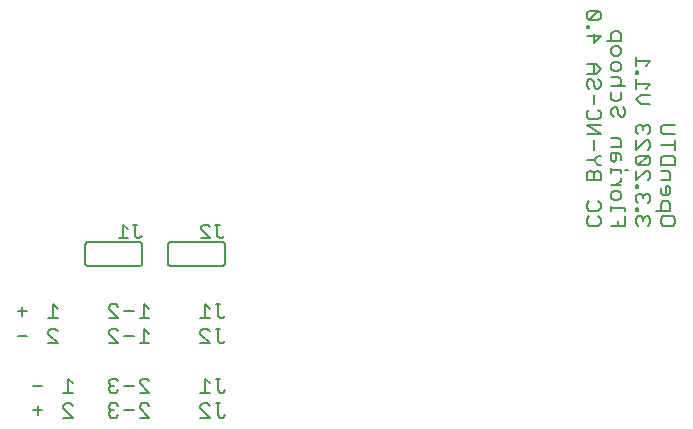
<source format=gbo>
G75*
%MOIN*%
%OFA0B0*%
%FSLAX25Y25*%
%IPPOS*%
%LPD*%
%AMOC8*
5,1,8,0,0,1.08239X$1,22.5*
%
%ADD10C,0.00800*%
%ADD11C,0.00600*%
%ADD12C,0.00500*%
D10*
X0179766Y0073811D02*
X0182910Y0073811D01*
X0189916Y0074597D02*
X0189916Y0075383D01*
X0190702Y0076169D01*
X0192274Y0076169D01*
X0193060Y0075383D01*
X0189916Y0074597D02*
X0193060Y0071453D01*
X0189916Y0071453D01*
X0189916Y0079721D02*
X0193060Y0079721D01*
X0191488Y0079721D02*
X0191488Y0084437D01*
X0193060Y0082865D01*
X0182910Y0082079D02*
X0179766Y0082079D01*
X0181338Y0083651D02*
X0181338Y0080507D01*
X0210217Y0079721D02*
X0213361Y0079721D01*
X0210217Y0082865D01*
X0210217Y0083651D01*
X0211003Y0084437D01*
X0212575Y0084437D01*
X0213361Y0083651D01*
X0215292Y0082079D02*
X0218436Y0082079D01*
X0220368Y0079721D02*
X0223511Y0079721D01*
X0221939Y0079721D02*
X0221939Y0084437D01*
X0223511Y0082865D01*
X0221939Y0076169D02*
X0221939Y0071453D01*
X0220368Y0071453D02*
X0223511Y0071453D01*
X0223511Y0074597D02*
X0221939Y0076169D01*
X0218436Y0073811D02*
X0215292Y0073811D01*
X0213361Y0075383D02*
X0212575Y0076169D01*
X0211003Y0076169D01*
X0210217Y0075383D01*
X0210217Y0074597D01*
X0213361Y0071453D01*
X0210217Y0071453D01*
X0211003Y0059634D02*
X0210217Y0058848D01*
X0210217Y0058062D01*
X0211003Y0057276D01*
X0210217Y0056490D01*
X0210217Y0055704D01*
X0211003Y0054918D01*
X0212575Y0054918D01*
X0213361Y0055704D01*
X0211789Y0057276D02*
X0211003Y0057276D01*
X0211003Y0059634D02*
X0212575Y0059634D01*
X0213361Y0058848D01*
X0215292Y0057276D02*
X0218436Y0057276D01*
X0220368Y0058062D02*
X0220368Y0058848D01*
X0221154Y0059634D01*
X0222725Y0059634D01*
X0223511Y0058848D01*
X0220368Y0058062D02*
X0223511Y0054918D01*
X0220368Y0054918D01*
X0221154Y0051366D02*
X0222725Y0051366D01*
X0223511Y0050580D01*
X0221154Y0051366D02*
X0220368Y0050580D01*
X0220368Y0049794D01*
X0223511Y0046650D01*
X0220368Y0046650D01*
X0218436Y0049008D02*
X0215292Y0049008D01*
X0213361Y0050580D02*
X0212575Y0051366D01*
X0211003Y0051366D01*
X0210217Y0050580D01*
X0210217Y0049794D01*
X0211003Y0049008D01*
X0210217Y0048222D01*
X0210217Y0047436D01*
X0211003Y0046650D01*
X0212575Y0046650D01*
X0213361Y0047436D01*
X0211789Y0049008D02*
X0211003Y0049008D01*
X0198135Y0050580D02*
X0197349Y0051366D01*
X0195778Y0051366D01*
X0194992Y0050580D01*
X0194992Y0049794D01*
X0198135Y0046650D01*
X0194992Y0046650D01*
X0187985Y0049008D02*
X0184841Y0049008D01*
X0186413Y0050580D02*
X0186413Y0047436D01*
X0194992Y0054918D02*
X0198135Y0054918D01*
X0196563Y0054918D02*
X0196563Y0059634D01*
X0198135Y0058062D01*
X0187985Y0057276D02*
X0184841Y0057276D01*
X0240668Y0054918D02*
X0243812Y0054918D01*
X0242240Y0054918D02*
X0242240Y0059634D01*
X0243812Y0058062D01*
X0245744Y0059634D02*
X0247315Y0059634D01*
X0246529Y0059634D02*
X0246529Y0055704D01*
X0247315Y0054918D01*
X0248101Y0054918D01*
X0248887Y0055704D01*
X0247315Y0051366D02*
X0245744Y0051366D01*
X0246529Y0051366D02*
X0246529Y0047436D01*
X0247315Y0046650D01*
X0248101Y0046650D01*
X0248887Y0047436D01*
X0243812Y0046650D02*
X0240668Y0049794D01*
X0240668Y0050580D01*
X0241454Y0051366D01*
X0243026Y0051366D01*
X0243812Y0050580D01*
X0243812Y0046650D02*
X0240668Y0046650D01*
X0240668Y0071453D02*
X0243812Y0071453D01*
X0240668Y0074597D01*
X0240668Y0075383D01*
X0241454Y0076169D01*
X0243026Y0076169D01*
X0243812Y0075383D01*
X0245744Y0076169D02*
X0247315Y0076169D01*
X0246529Y0076169D02*
X0246529Y0072239D01*
X0247315Y0071453D01*
X0248101Y0071453D01*
X0248887Y0072239D01*
X0248101Y0079721D02*
X0247315Y0079721D01*
X0246529Y0080507D01*
X0246529Y0084437D01*
X0245744Y0084437D02*
X0247315Y0084437D01*
X0243812Y0082865D02*
X0242240Y0084437D01*
X0242240Y0079721D01*
X0243812Y0079721D02*
X0240668Y0079721D01*
X0248101Y0079721D02*
X0248887Y0080507D01*
X0369372Y0111346D02*
X0369372Y0112917D01*
X0370158Y0113703D01*
X0370158Y0115635D02*
X0369372Y0116421D01*
X0369372Y0117993D01*
X0370158Y0118779D01*
X0370158Y0115635D02*
X0373302Y0115635D01*
X0374088Y0116421D01*
X0374088Y0117993D01*
X0373302Y0118779D01*
X0377640Y0119804D02*
X0378426Y0119018D01*
X0379998Y0119018D01*
X0380784Y0119804D01*
X0380784Y0121376D01*
X0379998Y0122162D01*
X0378426Y0122162D01*
X0377640Y0121376D01*
X0377640Y0119804D01*
X0377640Y0117207D02*
X0377640Y0115635D01*
X0377640Y0116421D02*
X0382356Y0116421D01*
X0382356Y0115635D01*
X0382356Y0113703D02*
X0382356Y0110560D01*
X0377640Y0110560D01*
X0379998Y0110560D02*
X0379998Y0112131D01*
X0374088Y0111346D02*
X0373302Y0110560D01*
X0370158Y0110560D01*
X0369372Y0111346D01*
X0373302Y0113703D02*
X0374088Y0112917D01*
X0374088Y0111346D01*
X0385908Y0111346D02*
X0386694Y0110560D01*
X0385908Y0111346D02*
X0385908Y0112917D01*
X0386694Y0113703D01*
X0387480Y0113703D01*
X0388266Y0112917D01*
X0388266Y0112131D01*
X0388266Y0112917D02*
X0389052Y0113703D01*
X0389838Y0113703D01*
X0390624Y0112917D01*
X0390624Y0111346D01*
X0389838Y0110560D01*
X0394176Y0111346D02*
X0394176Y0112917D01*
X0394962Y0113703D01*
X0398105Y0113703D01*
X0398891Y0112917D01*
X0398891Y0111346D01*
X0398105Y0110560D01*
X0394962Y0110560D01*
X0394176Y0111346D01*
X0394176Y0115635D02*
X0394176Y0117993D01*
X0394962Y0118779D01*
X0396534Y0118779D01*
X0397319Y0117993D01*
X0397319Y0115635D01*
X0392604Y0115635D01*
X0389838Y0118172D02*
X0390624Y0118958D01*
X0390624Y0120530D01*
X0389838Y0121316D01*
X0389052Y0121316D01*
X0388266Y0120530D01*
X0387480Y0121316D01*
X0386694Y0121316D01*
X0385908Y0120530D01*
X0385908Y0118958D01*
X0386694Y0118172D01*
X0386694Y0116421D02*
X0385908Y0116421D01*
X0385908Y0115635D01*
X0386694Y0115635D01*
X0386694Y0116421D01*
X0388266Y0119744D02*
X0388266Y0120530D01*
X0386694Y0123248D02*
X0386694Y0124034D01*
X0385908Y0124034D01*
X0385908Y0123248D01*
X0386694Y0123248D01*
X0385908Y0125785D02*
X0389052Y0128929D01*
X0389838Y0128929D01*
X0390624Y0128143D01*
X0390624Y0126571D01*
X0389838Y0125785D01*
X0385908Y0125785D02*
X0385908Y0128929D01*
X0386694Y0130860D02*
X0389838Y0134004D01*
X0386694Y0134004D01*
X0385908Y0133218D01*
X0385908Y0131646D01*
X0386694Y0130860D01*
X0389838Y0130860D01*
X0390624Y0131646D01*
X0390624Y0133218D01*
X0389838Y0134004D01*
X0389838Y0135936D02*
X0390624Y0136721D01*
X0390624Y0138293D01*
X0389838Y0139079D01*
X0389052Y0139079D01*
X0385908Y0135936D01*
X0385908Y0139079D01*
X0386694Y0141011D02*
X0385908Y0141797D01*
X0385908Y0143369D01*
X0386694Y0144155D01*
X0387480Y0144155D01*
X0388266Y0143369D01*
X0388266Y0142583D01*
X0388266Y0143369D02*
X0389052Y0144155D01*
X0389838Y0144155D01*
X0390624Y0143369D01*
X0390624Y0141797D01*
X0389838Y0141011D01*
X0394176Y0141797D02*
X0394176Y0143369D01*
X0394962Y0144155D01*
X0398891Y0144155D01*
X0394962Y0141011D02*
X0394176Y0141797D01*
X0394962Y0141011D02*
X0398891Y0141011D01*
X0398891Y0139079D02*
X0398891Y0135936D01*
X0398891Y0137507D02*
X0394176Y0137507D01*
X0394962Y0134004D02*
X0398105Y0134004D01*
X0398891Y0133218D01*
X0398891Y0130860D01*
X0394176Y0130860D01*
X0394176Y0133218D01*
X0394962Y0134004D01*
X0394176Y0128929D02*
X0396534Y0128929D01*
X0397319Y0128143D01*
X0397319Y0125785D01*
X0394176Y0125785D01*
X0395748Y0123854D02*
X0395748Y0120710D01*
X0396534Y0120710D02*
X0397319Y0121496D01*
X0397319Y0123068D01*
X0396534Y0123854D01*
X0395748Y0123854D01*
X0394176Y0123068D02*
X0394176Y0121496D01*
X0394962Y0120710D01*
X0396534Y0120710D01*
X0380784Y0124093D02*
X0377640Y0124093D01*
X0379212Y0124093D02*
X0380784Y0125665D01*
X0380784Y0126451D01*
X0380784Y0128323D02*
X0380784Y0129109D01*
X0377640Y0129109D01*
X0377640Y0128323D02*
X0377640Y0129895D01*
X0378426Y0131706D02*
X0379212Y0132492D01*
X0379212Y0134850D01*
X0379998Y0134850D02*
X0377640Y0134850D01*
X0377640Y0132492D01*
X0378426Y0131706D01*
X0380784Y0132492D02*
X0380784Y0134064D01*
X0379998Y0134850D01*
X0380784Y0136781D02*
X0377640Y0136781D01*
X0380784Y0136781D02*
X0380784Y0139139D01*
X0379998Y0139925D01*
X0377640Y0139925D01*
X0374088Y0141011D02*
X0369372Y0144155D01*
X0374088Y0144155D01*
X0373302Y0146086D02*
X0370158Y0146086D01*
X0369372Y0146872D01*
X0369372Y0148444D01*
X0370158Y0149230D01*
X0371730Y0151161D02*
X0371730Y0154305D01*
X0372516Y0156236D02*
X0371730Y0157022D01*
X0371730Y0158594D01*
X0370944Y0159380D01*
X0370158Y0159380D01*
X0369372Y0158594D01*
X0369372Y0157022D01*
X0370158Y0156236D01*
X0372516Y0156236D02*
X0373302Y0156236D01*
X0374088Y0157022D01*
X0374088Y0158594D01*
X0373302Y0159380D01*
X0372516Y0161312D02*
X0369372Y0161312D01*
X0371730Y0161312D02*
X0371730Y0164455D01*
X0372516Y0164455D02*
X0369372Y0164455D01*
X0372516Y0164455D02*
X0374088Y0162883D01*
X0372516Y0161312D01*
X0377640Y0160226D02*
X0379998Y0160226D01*
X0380784Y0159440D01*
X0380784Y0157868D01*
X0379998Y0157082D01*
X0380784Y0155151D02*
X0380784Y0152793D01*
X0379998Y0152007D01*
X0378426Y0152007D01*
X0377640Y0152793D01*
X0377640Y0155151D01*
X0377640Y0157082D02*
X0382356Y0157082D01*
X0385908Y0157808D02*
X0390624Y0157808D01*
X0389052Y0156236D01*
X0387480Y0154305D02*
X0390624Y0154305D01*
X0387480Y0154305D02*
X0385908Y0152733D01*
X0387480Y0151161D01*
X0390624Y0151161D01*
X0385908Y0156236D02*
X0385908Y0159380D01*
X0385908Y0161312D02*
X0385908Y0162097D01*
X0386694Y0162097D01*
X0386694Y0161312D01*
X0385908Y0161312D01*
X0385908Y0163849D02*
X0385908Y0166993D01*
X0385908Y0165421D02*
X0390624Y0165421D01*
X0389052Y0163849D01*
X0380784Y0164515D02*
X0380784Y0162943D01*
X0379998Y0162157D01*
X0378426Y0162157D01*
X0377640Y0162943D01*
X0377640Y0164515D01*
X0378426Y0165301D01*
X0379998Y0165301D01*
X0380784Y0164515D01*
X0379998Y0167233D02*
X0378426Y0167233D01*
X0377640Y0168019D01*
X0377640Y0169590D01*
X0378426Y0170376D01*
X0379998Y0170376D01*
X0380784Y0169590D01*
X0380784Y0168019D01*
X0379998Y0167233D01*
X0380784Y0172308D02*
X0376068Y0172308D01*
X0377640Y0172308D02*
X0377640Y0174666D01*
X0378426Y0175452D01*
X0379998Y0175452D01*
X0380784Y0174666D01*
X0380784Y0172308D01*
X0374088Y0173820D02*
X0371730Y0171462D01*
X0371730Y0174606D01*
X0369372Y0173820D02*
X0374088Y0173820D01*
X0370158Y0176537D02*
X0370158Y0177323D01*
X0369372Y0177323D01*
X0369372Y0176537D01*
X0370158Y0176537D01*
X0370158Y0179075D02*
X0373302Y0182219D01*
X0370158Y0182219D01*
X0369372Y0181433D01*
X0369372Y0179861D01*
X0370158Y0179075D01*
X0373302Y0179075D01*
X0374088Y0179861D01*
X0374088Y0181433D01*
X0373302Y0182219D01*
X0378426Y0150076D02*
X0377640Y0149290D01*
X0377640Y0147718D01*
X0378426Y0146932D01*
X0379998Y0147718D02*
X0379998Y0149290D01*
X0379212Y0150076D01*
X0378426Y0150076D01*
X0379998Y0147718D02*
X0380784Y0146932D01*
X0381570Y0146932D01*
X0382356Y0147718D01*
X0382356Y0149290D01*
X0381570Y0150076D01*
X0374088Y0148444D02*
X0374088Y0146872D01*
X0373302Y0146086D01*
X0374088Y0148444D02*
X0373302Y0149230D01*
X0374088Y0141011D02*
X0369372Y0141011D01*
X0371730Y0139079D02*
X0371730Y0135936D01*
X0373302Y0134004D02*
X0371730Y0132432D01*
X0369372Y0132432D01*
X0371730Y0132432D02*
X0373302Y0130860D01*
X0374088Y0130860D01*
X0373302Y0128929D02*
X0372516Y0128929D01*
X0371730Y0128143D01*
X0371730Y0125785D01*
X0369372Y0125785D02*
X0369372Y0128143D01*
X0370158Y0128929D01*
X0370944Y0128929D01*
X0371730Y0128143D01*
X0373302Y0128929D02*
X0374088Y0128143D01*
X0374088Y0125785D01*
X0369372Y0125785D01*
X0382356Y0129109D02*
X0383142Y0129109D01*
X0374088Y0134004D02*
X0373302Y0134004D01*
D11*
X0248787Y0104250D02*
X0248787Y0098250D01*
X0248785Y0098190D01*
X0248780Y0098129D01*
X0248771Y0098070D01*
X0248758Y0098011D01*
X0248742Y0097952D01*
X0248722Y0097895D01*
X0248699Y0097840D01*
X0248672Y0097785D01*
X0248643Y0097733D01*
X0248610Y0097682D01*
X0248574Y0097633D01*
X0248536Y0097587D01*
X0248494Y0097543D01*
X0248450Y0097501D01*
X0248404Y0097463D01*
X0248355Y0097427D01*
X0248304Y0097394D01*
X0248252Y0097365D01*
X0248197Y0097338D01*
X0248142Y0097315D01*
X0248085Y0097295D01*
X0248026Y0097279D01*
X0247967Y0097266D01*
X0247908Y0097257D01*
X0247847Y0097252D01*
X0247787Y0097250D01*
X0230787Y0097250D01*
X0230727Y0097252D01*
X0230666Y0097257D01*
X0230607Y0097266D01*
X0230548Y0097279D01*
X0230489Y0097295D01*
X0230432Y0097315D01*
X0230377Y0097338D01*
X0230322Y0097365D01*
X0230270Y0097394D01*
X0230219Y0097427D01*
X0230170Y0097463D01*
X0230124Y0097501D01*
X0230080Y0097543D01*
X0230038Y0097587D01*
X0230000Y0097633D01*
X0229964Y0097682D01*
X0229931Y0097733D01*
X0229902Y0097785D01*
X0229875Y0097840D01*
X0229852Y0097895D01*
X0229832Y0097952D01*
X0229816Y0098011D01*
X0229803Y0098070D01*
X0229794Y0098129D01*
X0229789Y0098190D01*
X0229787Y0098250D01*
X0229787Y0104250D01*
X0229789Y0104310D01*
X0229794Y0104371D01*
X0229803Y0104430D01*
X0229816Y0104489D01*
X0229832Y0104548D01*
X0229852Y0104605D01*
X0229875Y0104660D01*
X0229902Y0104715D01*
X0229931Y0104767D01*
X0229964Y0104818D01*
X0230000Y0104867D01*
X0230038Y0104913D01*
X0230080Y0104957D01*
X0230124Y0104999D01*
X0230170Y0105037D01*
X0230219Y0105073D01*
X0230270Y0105106D01*
X0230322Y0105135D01*
X0230377Y0105162D01*
X0230432Y0105185D01*
X0230489Y0105205D01*
X0230548Y0105221D01*
X0230607Y0105234D01*
X0230666Y0105243D01*
X0230727Y0105248D01*
X0230787Y0105250D01*
X0247787Y0105250D01*
X0247847Y0105248D01*
X0247908Y0105243D01*
X0247967Y0105234D01*
X0248026Y0105221D01*
X0248085Y0105205D01*
X0248142Y0105185D01*
X0248197Y0105162D01*
X0248252Y0105135D01*
X0248304Y0105106D01*
X0248355Y0105073D01*
X0248404Y0105037D01*
X0248450Y0104999D01*
X0248494Y0104957D01*
X0248536Y0104913D01*
X0248574Y0104867D01*
X0248610Y0104818D01*
X0248643Y0104767D01*
X0248672Y0104715D01*
X0248699Y0104660D01*
X0248722Y0104605D01*
X0248742Y0104548D01*
X0248758Y0104489D01*
X0248771Y0104430D01*
X0248780Y0104371D01*
X0248785Y0104310D01*
X0248787Y0104250D01*
X0221287Y0104250D02*
X0221287Y0098250D01*
X0221285Y0098190D01*
X0221280Y0098129D01*
X0221271Y0098070D01*
X0221258Y0098011D01*
X0221242Y0097952D01*
X0221222Y0097895D01*
X0221199Y0097840D01*
X0221172Y0097785D01*
X0221143Y0097733D01*
X0221110Y0097682D01*
X0221074Y0097633D01*
X0221036Y0097587D01*
X0220994Y0097543D01*
X0220950Y0097501D01*
X0220904Y0097463D01*
X0220855Y0097427D01*
X0220804Y0097394D01*
X0220752Y0097365D01*
X0220697Y0097338D01*
X0220642Y0097315D01*
X0220585Y0097295D01*
X0220526Y0097279D01*
X0220467Y0097266D01*
X0220408Y0097257D01*
X0220347Y0097252D01*
X0220287Y0097250D01*
X0203287Y0097250D01*
X0203227Y0097252D01*
X0203166Y0097257D01*
X0203107Y0097266D01*
X0203048Y0097279D01*
X0202989Y0097295D01*
X0202932Y0097315D01*
X0202877Y0097338D01*
X0202822Y0097365D01*
X0202770Y0097394D01*
X0202719Y0097427D01*
X0202670Y0097463D01*
X0202624Y0097501D01*
X0202580Y0097543D01*
X0202538Y0097587D01*
X0202500Y0097633D01*
X0202464Y0097682D01*
X0202431Y0097733D01*
X0202402Y0097785D01*
X0202375Y0097840D01*
X0202352Y0097895D01*
X0202332Y0097952D01*
X0202316Y0098011D01*
X0202303Y0098070D01*
X0202294Y0098129D01*
X0202289Y0098190D01*
X0202287Y0098250D01*
X0202287Y0104250D01*
X0202289Y0104310D01*
X0202294Y0104371D01*
X0202303Y0104430D01*
X0202316Y0104489D01*
X0202332Y0104548D01*
X0202352Y0104605D01*
X0202375Y0104660D01*
X0202402Y0104715D01*
X0202431Y0104767D01*
X0202464Y0104818D01*
X0202500Y0104867D01*
X0202538Y0104913D01*
X0202580Y0104957D01*
X0202624Y0104999D01*
X0202670Y0105037D01*
X0202719Y0105073D01*
X0202770Y0105106D01*
X0202822Y0105135D01*
X0202877Y0105162D01*
X0202932Y0105185D01*
X0202989Y0105205D01*
X0203048Y0105221D01*
X0203107Y0105234D01*
X0203166Y0105243D01*
X0203227Y0105248D01*
X0203287Y0105250D01*
X0220287Y0105250D01*
X0220347Y0105248D01*
X0220408Y0105243D01*
X0220467Y0105234D01*
X0220526Y0105221D01*
X0220585Y0105205D01*
X0220642Y0105185D01*
X0220697Y0105162D01*
X0220752Y0105135D01*
X0220804Y0105106D01*
X0220855Y0105073D01*
X0220904Y0105037D01*
X0220950Y0104999D01*
X0220994Y0104957D01*
X0221036Y0104913D01*
X0221074Y0104867D01*
X0221110Y0104818D01*
X0221143Y0104767D01*
X0221172Y0104715D01*
X0221199Y0104660D01*
X0221222Y0104605D01*
X0221242Y0104548D01*
X0221258Y0104489D01*
X0221271Y0104430D01*
X0221280Y0104371D01*
X0221285Y0104310D01*
X0221287Y0104250D01*
D12*
X0220287Y0106500D02*
X0219536Y0106500D01*
X0218785Y0107251D01*
X0218785Y0111004D01*
X0218035Y0111004D02*
X0219536Y0111004D01*
X0216433Y0109503D02*
X0214932Y0111004D01*
X0214932Y0106500D01*
X0216433Y0106500D02*
X0213431Y0106500D01*
X0220287Y0106500D02*
X0221037Y0107251D01*
X0240931Y0106500D02*
X0243933Y0106500D01*
X0240931Y0109503D01*
X0240931Y0110253D01*
X0241682Y0111004D01*
X0243183Y0111004D01*
X0243933Y0110253D01*
X0245535Y0111004D02*
X0247036Y0111004D01*
X0246285Y0111004D02*
X0246285Y0107251D01*
X0247036Y0106500D01*
X0247787Y0106500D01*
X0248537Y0107251D01*
M02*

</source>
